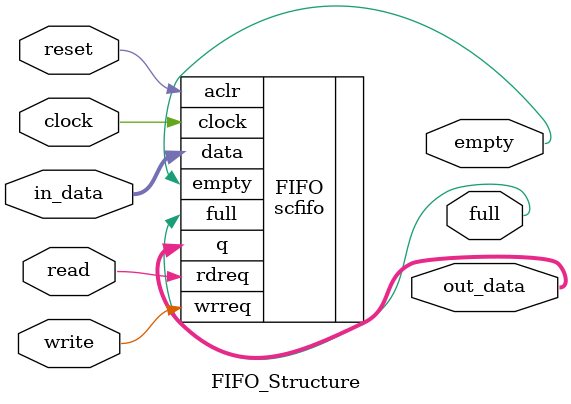
<source format=v>
`timescale 1ns / 1ps

module FIFO_Structure (
    input               clock,
    input               write,
    input               read,
    input [7:0]         in_data,
    input               reset,

    output              full,
    output              empty,
    output [7:0]        out_data
);


    scfifo #(
        .intended_device_family ("Cyclone IV"),
        .lpm_type               ("scfifo"),
        .lpm_width              (8),
        .lpm_numwords           (16),
        .lpm_showahead          ("OFF"),
        .overflow_checking      ("ON"),
        .underflow_checking     ("ON")
    ) FIFO (
        .clock                  (clock),
        .data                   (in_data),
        .wrreq                  (write),
        .rdreq                  (read),
        .q                      (out_data),
        .empty                  (empty),
        .full                   (full),
        .aclr                   (reset)
    );

endmodule // FIFO_Structure

</source>
